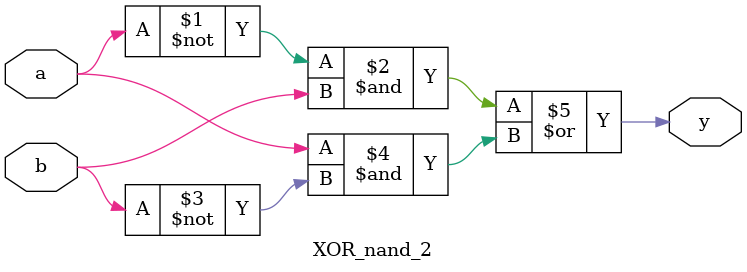
<source format=v>
module XOR_nand_2(y,a,b);
  input a,b;
  output y;
  assign y=((~a)&b)|(a&(~b));
endmodule
</source>
